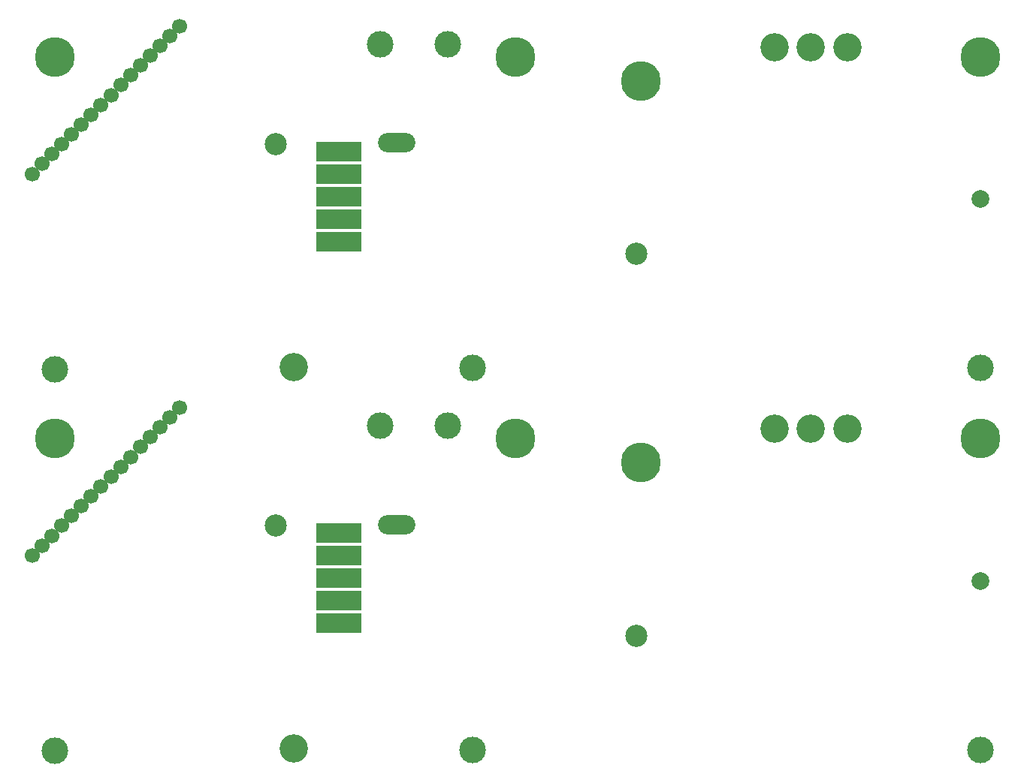
<source format=gbs>
G04 DipTrace 3.3.1.1*
G04 bottom_mask_dendy_gamepad_Remastered_rev2.7.gbs*
%MOMM*%
G04 #@! TF.FileFunction,Soldermask,Bot*
G04 #@! TF.Part,Single*
%ADD17C,2.0*%
%ADD26C,3.0*%
%ADD33C,4.5*%
%ADD34C,2.5*%
%ADD41C,3.2*%
%ADD43R,5.2X2.2*%
%ADD45C,1.7*%
%ADD47O,4.2X2.2*%
%ADD49C,3.2*%
%FSLAX35Y35*%
G04*
G71*
G90*
G75*
G01*
G04 BotMask*
%LPD*%
D33*
X11780283Y4857990D3*
D26*
X11780253Y1349290D3*
D33*
X1349283Y4857990D3*
D26*
Y1333390D3*
X6064683Y1349290D3*
D33*
X6540983Y4857990D3*
D26*
X5016783Y5000890D3*
X5778883D3*
D34*
X7906383Y2635290D3*
X3841983Y3873690D3*
D17*
X11780283Y3254490D3*
D33*
X7953983Y4588090D3*
D49*
X9875057Y4969167D3*
X10287850D3*
D47*
X5207317Y3889553D3*
D45*
X1206393Y3651383D3*
X1428667Y3873657D3*
X1539803Y3984793D3*
X1984350Y4429340D3*
X1762077Y4207067D3*
X1873213Y4318203D3*
X2095487Y4540477D3*
X2206623Y4651613D3*
X2317760Y4762750D3*
X1650940Y4095930D3*
X2428897Y4873887D3*
X2540033Y4985023D3*
X1095257Y3540247D3*
X2651170Y5096160D3*
D49*
X9462263Y4969167D3*
D45*
X2762307Y5207297D3*
D43*
X4556373Y3794293D3*
Y3540293D3*
Y3286293D3*
Y3032293D3*
Y2778187D3*
D41*
X4048320Y1365163D3*
D45*
X1317530Y3762520D3*
D33*
X11780283Y9160567D3*
D26*
X11780253Y5651867D3*
D33*
X1349283Y9160567D3*
D26*
Y5635967D3*
X6064683Y5651867D3*
D33*
X6540983Y9160567D3*
D26*
X5016783Y9303467D3*
X5778883D3*
D34*
X7906383Y6937867D3*
X3841983Y8176267D3*
D17*
X11780283Y7557067D3*
D33*
X7953983Y8890667D3*
D49*
X9875057Y9271743D3*
X10287850D3*
D47*
X5207317Y8192130D3*
D45*
X1206393Y7953960D3*
X1428667Y8176233D3*
X1539803Y8287370D3*
X1984350Y8731917D3*
X1762077Y8509643D3*
X1873213Y8620780D3*
X2095487Y8843053D3*
X2206623Y8954190D3*
X2317760Y9065327D3*
X1650940Y8398507D3*
X2428897Y9176463D3*
X2540033Y9287600D3*
X1095257Y7842823D3*
X2651170Y9398737D3*
D49*
X9462263Y9271743D3*
D45*
X2762307Y9509873D3*
D43*
X4556373Y8096870D3*
Y7842870D3*
Y7588870D3*
Y7334870D3*
Y7080763D3*
D41*
X4048320Y5667740D3*
D45*
X1317530Y8065097D3*
M02*

</source>
